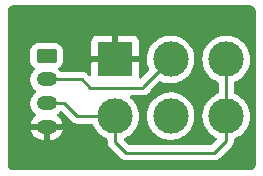
<source format=gbr>
%TF.GenerationSoftware,KiCad,Pcbnew,(6.0.7)*%
%TF.CreationDate,2023-06-23T09:46:04+02:00*%
%TF.ProjectId,switch_breakout,73776974-6368-45f6-9272-65616b6f7574,1.0*%
%TF.SameCoordinates,Original*%
%TF.FileFunction,Copper,L1,Top*%
%TF.FilePolarity,Positive*%
%FSLAX46Y46*%
G04 Gerber Fmt 4.6, Leading zero omitted, Abs format (unit mm)*
G04 Created by KiCad (PCBNEW (6.0.7)) date 2023-06-23 09:46:04*
%MOMM*%
%LPD*%
G01*
G04 APERTURE LIST*
G04 Aperture macros list*
%AMRoundRect*
0 Rectangle with rounded corners*
0 $1 Rounding radius*
0 $2 $3 $4 $5 $6 $7 $8 $9 X,Y pos of 4 corners*
0 Add a 4 corners polygon primitive as box body*
4,1,4,$2,$3,$4,$5,$6,$7,$8,$9,$2,$3,0*
0 Add four circle primitives for the rounded corners*
1,1,$1+$1,$2,$3*
1,1,$1+$1,$4,$5*
1,1,$1+$1,$6,$7*
1,1,$1+$1,$8,$9*
0 Add four rect primitives between the rounded corners*
20,1,$1+$1,$2,$3,$4,$5,0*
20,1,$1+$1,$4,$5,$6,$7,0*
20,1,$1+$1,$6,$7,$8,$9,0*
20,1,$1+$1,$8,$9,$2,$3,0*%
G04 Aperture macros list end*
%TA.AperFunction,ComponentPad*%
%ADD10R,3.000000X3.000000*%
%TD*%
%TA.AperFunction,ComponentPad*%
%ADD11C,3.000000*%
%TD*%
%TA.AperFunction,ComponentPad*%
%ADD12RoundRect,0.250000X-0.625000X0.350000X-0.625000X-0.350000X0.625000X-0.350000X0.625000X0.350000X0*%
%TD*%
%TA.AperFunction,ComponentPad*%
%ADD13O,1.750000X1.200000*%
%TD*%
%TA.AperFunction,Conductor*%
%ADD14C,0.250000*%
%TD*%
G04 APERTURE END LIST*
D10*
%TO.P,SW1,1,A*%
%TO.N,GND*%
X124605000Y-85105000D03*
D11*
%TO.P,SW1,2,B*%
%TO.N,Net-(J1-Pad2)*%
X129305000Y-85105000D03*
%TO.P,SW1,3,C*%
%TO.N,Net-(J1-Pad3)*%
X134005000Y-85105000D03*
%TO.P,SW1,4,A*%
X124605000Y-89905000D03*
%TO.P,SW1,5,B*%
%TO.N,Net-(J1-Pad1)*%
X129305000Y-89905000D03*
%TO.P,SW1,6,C*%
%TO.N,Net-(J1-Pad3)*%
X134005000Y-89905000D03*
%TD*%
D12*
%TO.P,J1,1,Pin_1*%
%TO.N,Net-(J1-Pad1)*%
X118800000Y-84800000D03*
D13*
%TO.P,J1,2,Pin_2*%
%TO.N,Net-(J1-Pad2)*%
X118800000Y-86800000D03*
%TO.P,J1,3,Pin_3*%
%TO.N,Net-(J1-Pad3)*%
X118800000Y-88800000D03*
%TO.P,J1,4,Pin_4*%
%TO.N,GND*%
X118800000Y-90800000D03*
%TD*%
D14*
%TO.N,Net-(J1-Pad2)*%
X119250000Y-86800000D02*
X121800000Y-86800000D01*
X122500000Y-87500000D02*
X127000000Y-87500000D01*
X127000000Y-87410000D02*
X129305000Y-85105000D01*
X127000000Y-87500000D02*
X127000000Y-87410000D01*
X121800000Y-86800000D02*
X122500000Y-87500000D01*
%TO.N,Net-(J1-Pad3)*%
X134005000Y-89905000D02*
X134005000Y-85105000D01*
X119250000Y-88800000D02*
X120300000Y-88800000D01*
X124605000Y-89905000D02*
X124605000Y-92105000D01*
X121500000Y-89900000D02*
X121505000Y-89905000D01*
X125500000Y-93000000D02*
X133000000Y-93000000D01*
X120300000Y-88800000D02*
X121400000Y-89900000D01*
X134005000Y-91995000D02*
X134005000Y-89905000D01*
X133000000Y-93000000D02*
X134005000Y-91995000D01*
X121400000Y-89900000D02*
X121500000Y-89900000D01*
X124605000Y-92105000D02*
X125500000Y-93000000D01*
X121505000Y-89905000D02*
X124605000Y-89905000D01*
%TD*%
%TA.AperFunction,Conductor*%
%TO.N,GND*%
G36*
X135970018Y-80510000D02*
G01*
X135984852Y-80512310D01*
X135984855Y-80512310D01*
X135993724Y-80513691D01*
X136002626Y-80512527D01*
X136002750Y-80512511D01*
X136033192Y-80512240D01*
X136040621Y-80513077D01*
X136095264Y-80519234D01*
X136122771Y-80525513D01*
X136199853Y-80552485D01*
X136225274Y-80564727D01*
X136294426Y-80608178D01*
X136316485Y-80625770D01*
X136374230Y-80683515D01*
X136391822Y-80705574D01*
X136435273Y-80774726D01*
X136447515Y-80800147D01*
X136474487Y-80877228D01*
X136480766Y-80904736D01*
X136487018Y-80960226D01*
X136486923Y-80975868D01*
X136487800Y-80975879D01*
X136487690Y-80984851D01*
X136486309Y-80993724D01*
X136487473Y-81002626D01*
X136487473Y-81002628D01*
X136490436Y-81025283D01*
X136491500Y-81041621D01*
X136491500Y-93950633D01*
X136490000Y-93970018D01*
X136486309Y-93993724D01*
X136487473Y-94002626D01*
X136487489Y-94002750D01*
X136487760Y-94033192D01*
X136485430Y-94053870D01*
X136480766Y-94095264D01*
X136474487Y-94122771D01*
X136447515Y-94199853D01*
X136435273Y-94225274D01*
X136391822Y-94294426D01*
X136374230Y-94316485D01*
X136316485Y-94374230D01*
X136294426Y-94391822D01*
X136225274Y-94435273D01*
X136199853Y-94447515D01*
X136122772Y-94474487D01*
X136095264Y-94480766D01*
X136039774Y-94487018D01*
X136024132Y-94486923D01*
X136024121Y-94487800D01*
X136015149Y-94487690D01*
X136006276Y-94486309D01*
X135997374Y-94487473D01*
X135997372Y-94487473D01*
X135986385Y-94488910D01*
X135974714Y-94490436D01*
X135958379Y-94491500D01*
X116049367Y-94491500D01*
X116029982Y-94490000D01*
X116015148Y-94487690D01*
X116015145Y-94487690D01*
X116006276Y-94486309D01*
X115997374Y-94487473D01*
X115997250Y-94487489D01*
X115966808Y-94487760D01*
X115946130Y-94485430D01*
X115904736Y-94480766D01*
X115877229Y-94474487D01*
X115800147Y-94447515D01*
X115774726Y-94435273D01*
X115705574Y-94391822D01*
X115683515Y-94374230D01*
X115625770Y-94316485D01*
X115608178Y-94294426D01*
X115564727Y-94225274D01*
X115552485Y-94199853D01*
X115525513Y-94122772D01*
X115519234Y-94095266D01*
X115513170Y-94041451D01*
X115512888Y-94016640D01*
X115513576Y-94012552D01*
X115513729Y-94000000D01*
X115509773Y-93972376D01*
X115508500Y-93954514D01*
X115508500Y-91067399D01*
X117449712Y-91067399D01*
X117471194Y-91156537D01*
X117475083Y-91167832D01*
X117557629Y-91349382D01*
X117563576Y-91359724D01*
X117678968Y-91522397D01*
X117686761Y-91531425D01*
X117830831Y-91669342D01*
X117840196Y-91676738D01*
X118007741Y-91784921D01*
X118018345Y-91790417D01*
X118203312Y-91864961D01*
X118214770Y-91868355D01*
X118411928Y-91906857D01*
X118420791Y-91907934D01*
X118423500Y-91908000D01*
X118527885Y-91908000D01*
X118543124Y-91903525D01*
X118544329Y-91902135D01*
X118546000Y-91894452D01*
X118546000Y-91889885D01*
X119054000Y-91889885D01*
X119058475Y-91905124D01*
X119059865Y-91906329D01*
X119067548Y-91908000D01*
X119124832Y-91908000D01*
X119130808Y-91907715D01*
X119279494Y-91893529D01*
X119291228Y-91891270D01*
X119482599Y-91835128D01*
X119493675Y-91830698D01*
X119670978Y-91739381D01*
X119681024Y-91732931D01*
X119837857Y-91609738D01*
X119846506Y-91601501D01*
X119977212Y-91450877D01*
X119984147Y-91441153D01*
X120084010Y-91268533D01*
X120088984Y-91257669D01*
X120154407Y-91069273D01*
X120154648Y-91068284D01*
X120153180Y-91057992D01*
X120139615Y-91054000D01*
X119072115Y-91054000D01*
X119056876Y-91058475D01*
X119055671Y-91059865D01*
X119054000Y-91067548D01*
X119054000Y-91889885D01*
X118546000Y-91889885D01*
X118546000Y-91072115D01*
X118541525Y-91056876D01*
X118540135Y-91055671D01*
X118532452Y-91054000D01*
X117464598Y-91054000D01*
X117451067Y-91057973D01*
X117449712Y-91067399D01*
X115508500Y-91067399D01*
X115508500Y-88745604D01*
X117412787Y-88745604D01*
X117422567Y-88956899D01*
X117423971Y-88962724D01*
X117423971Y-88962725D01*
X117454690Y-89090188D01*
X117472125Y-89162534D01*
X117559674Y-89355087D01*
X117682054Y-89527611D01*
X117834850Y-89673881D01*
X117839881Y-89677130D01*
X117839888Y-89677135D01*
X117867607Y-89695033D01*
X117913984Y-89748789D01*
X117923937Y-89819085D01*
X117894304Y-89883602D01*
X117877091Y-89899970D01*
X117762143Y-89990262D01*
X117753494Y-89998499D01*
X117622788Y-90149123D01*
X117615853Y-90158847D01*
X117515990Y-90331467D01*
X117511016Y-90342331D01*
X117445593Y-90530727D01*
X117445352Y-90531716D01*
X117446820Y-90542008D01*
X117460385Y-90546000D01*
X120135402Y-90546000D01*
X120148933Y-90542027D01*
X120150288Y-90532601D01*
X120128806Y-90443463D01*
X120124917Y-90432168D01*
X120042371Y-90250618D01*
X120036424Y-90240276D01*
X119921032Y-90077603D01*
X119913239Y-90068575D01*
X119769169Y-89930658D01*
X119759800Y-89923259D01*
X119732423Y-89905582D01*
X119686045Y-89851828D01*
X119676091Y-89781532D01*
X119705722Y-89717015D01*
X119722937Y-89700644D01*
X119838202Y-89610102D01*
X119842920Y-89606396D01*
X119925061Y-89511737D01*
X119984812Y-89473398D01*
X120055808Y-89473448D01*
X120109320Y-89505224D01*
X120504065Y-89899970D01*
X120896353Y-90292258D01*
X120903887Y-90300537D01*
X120908000Y-90307018D01*
X120934036Y-90331467D01*
X120957651Y-90353643D01*
X120960493Y-90356398D01*
X120980230Y-90376135D01*
X120983427Y-90378615D01*
X120992447Y-90386318D01*
X121024679Y-90416586D01*
X121031625Y-90420405D01*
X121031628Y-90420407D01*
X121042434Y-90426348D01*
X121058953Y-90437199D01*
X121074959Y-90449614D01*
X121082228Y-90452759D01*
X121082232Y-90452762D01*
X121115537Y-90467174D01*
X121126187Y-90472391D01*
X121164940Y-90493695D01*
X121172615Y-90495666D01*
X121172616Y-90495666D01*
X121184562Y-90498733D01*
X121203267Y-90505137D01*
X121221855Y-90513181D01*
X121229678Y-90514420D01*
X121229688Y-90514423D01*
X121265524Y-90520099D01*
X121277144Y-90522505D01*
X121309169Y-90530727D01*
X121319970Y-90533500D01*
X121340224Y-90533500D01*
X121359934Y-90535051D01*
X121379943Y-90538220D01*
X121387835Y-90537474D01*
X121387839Y-90537474D01*
X121395120Y-90536786D01*
X121419804Y-90537174D01*
X121424970Y-90538500D01*
X121445224Y-90538500D01*
X121464934Y-90540051D01*
X121484943Y-90543220D01*
X121492835Y-90542474D01*
X121528961Y-90539059D01*
X121540819Y-90538500D01*
X122608863Y-90538500D01*
X122676984Y-90558502D01*
X122723477Y-90612158D01*
X122728070Y-90623686D01*
X122749112Y-90685144D01*
X122872160Y-90929799D01*
X122874586Y-90933328D01*
X122874589Y-90933334D01*
X123024843Y-91151953D01*
X123027274Y-91155490D01*
X123211582Y-91358043D01*
X123421675Y-91533707D01*
X123425316Y-91535991D01*
X123650024Y-91676951D01*
X123650028Y-91676953D01*
X123653664Y-91679234D01*
X123897352Y-91789264D01*
X123951205Y-91835526D01*
X123971500Y-91904100D01*
X123971500Y-92026233D01*
X123970973Y-92037416D01*
X123969298Y-92044909D01*
X123969547Y-92052835D01*
X123969547Y-92052836D01*
X123971438Y-92112986D01*
X123971500Y-92116945D01*
X123971500Y-92144856D01*
X123971997Y-92148790D01*
X123971997Y-92148791D01*
X123972005Y-92148856D01*
X123972938Y-92160693D01*
X123974327Y-92204889D01*
X123979409Y-92222381D01*
X123979978Y-92224339D01*
X123983987Y-92243700D01*
X123986526Y-92263797D01*
X123989445Y-92271168D01*
X123989445Y-92271170D01*
X124002804Y-92304912D01*
X124006649Y-92316142D01*
X124010558Y-92329596D01*
X124018982Y-92358593D01*
X124023015Y-92365412D01*
X124023017Y-92365417D01*
X124029293Y-92376028D01*
X124037988Y-92393776D01*
X124045448Y-92412617D01*
X124050110Y-92419033D01*
X124050110Y-92419034D01*
X124071436Y-92448387D01*
X124077952Y-92458307D01*
X124091505Y-92481223D01*
X124100458Y-92496362D01*
X124114779Y-92510683D01*
X124127619Y-92525716D01*
X124139528Y-92542107D01*
X124145634Y-92547158D01*
X124173605Y-92570298D01*
X124182384Y-92578288D01*
X124996343Y-93392247D01*
X125003887Y-93400537D01*
X125008000Y-93407018D01*
X125013777Y-93412443D01*
X125057667Y-93453658D01*
X125060509Y-93456413D01*
X125080230Y-93476134D01*
X125083425Y-93478612D01*
X125092447Y-93486318D01*
X125124679Y-93516586D01*
X125131628Y-93520406D01*
X125142432Y-93526346D01*
X125158956Y-93537199D01*
X125174959Y-93549613D01*
X125215543Y-93567176D01*
X125226173Y-93572383D01*
X125264940Y-93593695D01*
X125272617Y-93595666D01*
X125272622Y-93595668D01*
X125284558Y-93598732D01*
X125303266Y-93605137D01*
X125321855Y-93613181D01*
X125329683Y-93614421D01*
X125329690Y-93614423D01*
X125365524Y-93620099D01*
X125377144Y-93622505D01*
X125408959Y-93630673D01*
X125419970Y-93633500D01*
X125440224Y-93633500D01*
X125459934Y-93635051D01*
X125479943Y-93638220D01*
X125487835Y-93637474D01*
X125506580Y-93635702D01*
X125523962Y-93634059D01*
X125535819Y-93633500D01*
X132921233Y-93633500D01*
X132932416Y-93634027D01*
X132939909Y-93635702D01*
X132947835Y-93635453D01*
X132947836Y-93635453D01*
X133007986Y-93633562D01*
X133011945Y-93633500D01*
X133039856Y-93633500D01*
X133043791Y-93633003D01*
X133043856Y-93632995D01*
X133055693Y-93632062D01*
X133087951Y-93631048D01*
X133091970Y-93630922D01*
X133099889Y-93630673D01*
X133119343Y-93625021D01*
X133138700Y-93621013D01*
X133150930Y-93619468D01*
X133150931Y-93619468D01*
X133158797Y-93618474D01*
X133166168Y-93615555D01*
X133166170Y-93615555D01*
X133199912Y-93602196D01*
X133211142Y-93598351D01*
X133245983Y-93588229D01*
X133245984Y-93588229D01*
X133253593Y-93586018D01*
X133260412Y-93581985D01*
X133260417Y-93581983D01*
X133271028Y-93575707D01*
X133288776Y-93567012D01*
X133307617Y-93559552D01*
X133327987Y-93544753D01*
X133343387Y-93533564D01*
X133353307Y-93527048D01*
X133384535Y-93508580D01*
X133384538Y-93508578D01*
X133391362Y-93504542D01*
X133405683Y-93490221D01*
X133420717Y-93477380D01*
X133422432Y-93476134D01*
X133437107Y-93465472D01*
X133465298Y-93431395D01*
X133473288Y-93422616D01*
X134397247Y-92498657D01*
X134405537Y-92491113D01*
X134412018Y-92487000D01*
X134458659Y-92437332D01*
X134461413Y-92434491D01*
X134481135Y-92414769D01*
X134483612Y-92411576D01*
X134491317Y-92402555D01*
X134521586Y-92370321D01*
X134525407Y-92363371D01*
X134531346Y-92352568D01*
X134542202Y-92336041D01*
X134549757Y-92326302D01*
X134549758Y-92326300D01*
X134554614Y-92320040D01*
X134572174Y-92279460D01*
X134577391Y-92268812D01*
X134594875Y-92237009D01*
X134594876Y-92237007D01*
X134598695Y-92230060D01*
X134603733Y-92210437D01*
X134610137Y-92191734D01*
X134615033Y-92180420D01*
X134615033Y-92180419D01*
X134618181Y-92173145D01*
X134619420Y-92165322D01*
X134619423Y-92165312D01*
X134625099Y-92129476D01*
X134627505Y-92117856D01*
X134636528Y-92082711D01*
X134636528Y-92082710D01*
X134638500Y-92075030D01*
X134638500Y-92054776D01*
X134640051Y-92035065D01*
X134641980Y-92022886D01*
X134643220Y-92015057D01*
X134639059Y-91971038D01*
X134638500Y-91959181D01*
X134638500Y-91900805D01*
X134658502Y-91832684D01*
X134716282Y-91784396D01*
X134718608Y-91783433D01*
X134900136Y-91708241D01*
X135068704Y-91609738D01*
X135132879Y-91572237D01*
X135132880Y-91572236D01*
X135136582Y-91570073D01*
X135352089Y-91401094D01*
X135392180Y-91359724D01*
X135539686Y-91207509D01*
X135542669Y-91204431D01*
X135545202Y-91200983D01*
X135545206Y-91200978D01*
X135702257Y-90987178D01*
X135704795Y-90983723D01*
X135732154Y-90933334D01*
X135833418Y-90746830D01*
X135833419Y-90746828D01*
X135835468Y-90743054D01*
X135911437Y-90542008D01*
X135930751Y-90490895D01*
X135930752Y-90490891D01*
X135932269Y-90486877D01*
X135962476Y-90354984D01*
X135992449Y-90224117D01*
X135992450Y-90224113D01*
X135993407Y-90219933D01*
X136006110Y-90077603D01*
X136017531Y-89949627D01*
X136017531Y-89949625D01*
X136017751Y-89947161D01*
X136018193Y-89905000D01*
X136004262Y-89700644D01*
X135999859Y-89636055D01*
X135999858Y-89636049D01*
X135999567Y-89631778D01*
X135944032Y-89363612D01*
X135852617Y-89105465D01*
X135727013Y-88862112D01*
X135717040Y-88847921D01*
X135572008Y-88641562D01*
X135569545Y-88638057D01*
X135383125Y-88437445D01*
X135379810Y-88434731D01*
X135379806Y-88434728D01*
X135187628Y-88277432D01*
X135171205Y-88263990D01*
X134937704Y-88120901D01*
X134933768Y-88119173D01*
X134713854Y-88022637D01*
X134659519Y-87976941D01*
X134638500Y-87907264D01*
X134638500Y-87100805D01*
X134658502Y-87032684D01*
X134716282Y-86984396D01*
X134782665Y-86956899D01*
X134900136Y-86908241D01*
X135136582Y-86770073D01*
X135352089Y-86601094D01*
X135356149Y-86596905D01*
X135483947Y-86465027D01*
X135542669Y-86404431D01*
X135545202Y-86400983D01*
X135545206Y-86400978D01*
X135702257Y-86187178D01*
X135704795Y-86183723D01*
X135714450Y-86165941D01*
X135833418Y-85946830D01*
X135833419Y-85946828D01*
X135835468Y-85943054D01*
X135907537Y-85752329D01*
X135930751Y-85690895D01*
X135930752Y-85690891D01*
X135932269Y-85686877D01*
X135979886Y-85478968D01*
X135992449Y-85424117D01*
X135992450Y-85424113D01*
X135993407Y-85419933D01*
X135997229Y-85377115D01*
X136017531Y-85149627D01*
X136017531Y-85149625D01*
X136017751Y-85147161D01*
X136018193Y-85105000D01*
X136016465Y-85079648D01*
X135999859Y-84836055D01*
X135999858Y-84836049D01*
X135999567Y-84831778D01*
X135944032Y-84563612D01*
X135852617Y-84305465D01*
X135727013Y-84062112D01*
X135717040Y-84047921D01*
X135578427Y-83850695D01*
X135569545Y-83838057D01*
X135442892Y-83701762D01*
X135386046Y-83640588D01*
X135386043Y-83640585D01*
X135383125Y-83637445D01*
X135379810Y-83634731D01*
X135379806Y-83634728D01*
X135174523Y-83466706D01*
X135171205Y-83463990D01*
X134937704Y-83320901D01*
X134933768Y-83319173D01*
X134690873Y-83212549D01*
X134690869Y-83212548D01*
X134686945Y-83210825D01*
X134423566Y-83135800D01*
X134419324Y-83135196D01*
X134419318Y-83135195D01*
X134192366Y-83102895D01*
X134152443Y-83097213D01*
X134008589Y-83096460D01*
X133882877Y-83095802D01*
X133882871Y-83095802D01*
X133878591Y-83095780D01*
X133874347Y-83096339D01*
X133874343Y-83096339D01*
X133766416Y-83110548D01*
X133607078Y-83131525D01*
X133602938Y-83132658D01*
X133602936Y-83132658D01*
X133533418Y-83151676D01*
X133342928Y-83203788D01*
X133338980Y-83205472D01*
X133094982Y-83309546D01*
X133094978Y-83309548D01*
X133091030Y-83311232D01*
X133071125Y-83323145D01*
X132859725Y-83449664D01*
X132859721Y-83449667D01*
X132856043Y-83451868D01*
X132642318Y-83623094D01*
X132453808Y-83821742D01*
X132294002Y-84044136D01*
X132165857Y-84286161D01*
X132164385Y-84290184D01*
X132164383Y-84290188D01*
X132073214Y-84539317D01*
X132071743Y-84543337D01*
X132013404Y-84810907D01*
X131991917Y-85083918D01*
X132007682Y-85357320D01*
X132008507Y-85361525D01*
X132008508Y-85361533D01*
X132019127Y-85415657D01*
X132060405Y-85626053D01*
X132061792Y-85630103D01*
X132061793Y-85630108D01*
X132142830Y-85866796D01*
X132149112Y-85885144D01*
X132272160Y-86129799D01*
X132274586Y-86133328D01*
X132274589Y-86133334D01*
X132420075Y-86345016D01*
X132427274Y-86355490D01*
X132430161Y-86358663D01*
X132430162Y-86358664D01*
X132578443Y-86521624D01*
X132611582Y-86558043D01*
X132821675Y-86733707D01*
X132825316Y-86735991D01*
X133050024Y-86876951D01*
X133050028Y-86876953D01*
X133053664Y-86879234D01*
X133297352Y-86989264D01*
X133351205Y-87035526D01*
X133371500Y-87104100D01*
X133371500Y-87908362D01*
X133351498Y-87976483D01*
X133294935Y-88024259D01*
X133246887Y-88044753D01*
X133094982Y-88109546D01*
X133094978Y-88109548D01*
X133091030Y-88111232D01*
X132980312Y-88177495D01*
X132859725Y-88249664D01*
X132859721Y-88249667D01*
X132856043Y-88251868D01*
X132642318Y-88423094D01*
X132453808Y-88621742D01*
X132294002Y-88844136D01*
X132165857Y-89086161D01*
X132164385Y-89090184D01*
X132164383Y-89090188D01*
X132098032Y-89271500D01*
X132071743Y-89343337D01*
X132013404Y-89610907D01*
X132013068Y-89615177D01*
X131993195Y-89867686D01*
X131991917Y-89883918D01*
X132007682Y-90157320D01*
X132008507Y-90161525D01*
X132008508Y-90161533D01*
X132019127Y-90215657D01*
X132060405Y-90426053D01*
X132061792Y-90430103D01*
X132061793Y-90430108D01*
X132124123Y-90612158D01*
X132149112Y-90685144D01*
X132272160Y-90929799D01*
X132274586Y-90933328D01*
X132274589Y-90933334D01*
X132424843Y-91151953D01*
X132427274Y-91155490D01*
X132611582Y-91358043D01*
X132821675Y-91533707D01*
X132825316Y-91535991D01*
X133050024Y-91676951D01*
X133050028Y-91676953D01*
X133053664Y-91679234D01*
X133143241Y-91719680D01*
X133197094Y-91765942D01*
X133217388Y-91833976D01*
X133197678Y-91902182D01*
X133180485Y-91923611D01*
X132974619Y-92129476D01*
X132774499Y-92329596D01*
X132712187Y-92363621D01*
X132685404Y-92366500D01*
X125814595Y-92366500D01*
X125746474Y-92346498D01*
X125725499Y-92329595D01*
X125353469Y-91957564D01*
X125319444Y-91895252D01*
X125324509Y-91824436D01*
X125367056Y-91767601D01*
X125394345Y-91752061D01*
X125500136Y-91708241D01*
X125668704Y-91609738D01*
X125732879Y-91572237D01*
X125732880Y-91572236D01*
X125736582Y-91570073D01*
X125952089Y-91401094D01*
X125992180Y-91359724D01*
X126139686Y-91207509D01*
X126142669Y-91204431D01*
X126145202Y-91200983D01*
X126145206Y-91200978D01*
X126302257Y-90987178D01*
X126304795Y-90983723D01*
X126332154Y-90933334D01*
X126433418Y-90746830D01*
X126433419Y-90746828D01*
X126435468Y-90743054D01*
X126511437Y-90542008D01*
X126530751Y-90490895D01*
X126530752Y-90490891D01*
X126532269Y-90486877D01*
X126562476Y-90354984D01*
X126592449Y-90224117D01*
X126592450Y-90224113D01*
X126593407Y-90219933D01*
X126606110Y-90077603D01*
X126617531Y-89949627D01*
X126617531Y-89949625D01*
X126617751Y-89947161D01*
X126618193Y-89905000D01*
X126616756Y-89883918D01*
X127291917Y-89883918D01*
X127307682Y-90157320D01*
X127308507Y-90161525D01*
X127308508Y-90161533D01*
X127319127Y-90215657D01*
X127360405Y-90426053D01*
X127361792Y-90430103D01*
X127361793Y-90430108D01*
X127424123Y-90612158D01*
X127449112Y-90685144D01*
X127572160Y-90929799D01*
X127574586Y-90933328D01*
X127574589Y-90933334D01*
X127724843Y-91151953D01*
X127727274Y-91155490D01*
X127911582Y-91358043D01*
X128121675Y-91533707D01*
X128125316Y-91535991D01*
X128350024Y-91676951D01*
X128350028Y-91676953D01*
X128353664Y-91679234D01*
X128472589Y-91732931D01*
X128599345Y-91790164D01*
X128599349Y-91790166D01*
X128603257Y-91791930D01*
X128666393Y-91810632D01*
X128861723Y-91868491D01*
X128861727Y-91868492D01*
X128865836Y-91869709D01*
X128870070Y-91870357D01*
X128870075Y-91870358D01*
X129132298Y-91910483D01*
X129132300Y-91910483D01*
X129136540Y-91911132D01*
X129275912Y-91913322D01*
X129406071Y-91915367D01*
X129406077Y-91915367D01*
X129410362Y-91915434D01*
X129682235Y-91882534D01*
X129947127Y-91813041D01*
X129951087Y-91811401D01*
X129951092Y-91811399D01*
X130094348Y-91752060D01*
X130200136Y-91708241D01*
X130368704Y-91609738D01*
X130432879Y-91572237D01*
X130432880Y-91572236D01*
X130436582Y-91570073D01*
X130652089Y-91401094D01*
X130692180Y-91359724D01*
X130839686Y-91207509D01*
X130842669Y-91204431D01*
X130845202Y-91200983D01*
X130845206Y-91200978D01*
X131002257Y-90987178D01*
X131004795Y-90983723D01*
X131032154Y-90933334D01*
X131133418Y-90746830D01*
X131133419Y-90746828D01*
X131135468Y-90743054D01*
X131211437Y-90542008D01*
X131230751Y-90490895D01*
X131230752Y-90490891D01*
X131232269Y-90486877D01*
X131262476Y-90354984D01*
X131292449Y-90224117D01*
X131292450Y-90224113D01*
X131293407Y-90219933D01*
X131306110Y-90077603D01*
X131317531Y-89949627D01*
X131317531Y-89949625D01*
X131317751Y-89947161D01*
X131318193Y-89905000D01*
X131304262Y-89700644D01*
X131299859Y-89636055D01*
X131299858Y-89636049D01*
X131299567Y-89631778D01*
X131244032Y-89363612D01*
X131152617Y-89105465D01*
X131027013Y-88862112D01*
X131017040Y-88847921D01*
X130872008Y-88641562D01*
X130869545Y-88638057D01*
X130683125Y-88437445D01*
X130679810Y-88434731D01*
X130679806Y-88434728D01*
X130487628Y-88277432D01*
X130471205Y-88263990D01*
X130237704Y-88120901D01*
X130233768Y-88119173D01*
X129990873Y-88012549D01*
X129990869Y-88012548D01*
X129986945Y-88010825D01*
X129723566Y-87935800D01*
X129719324Y-87935196D01*
X129719318Y-87935195D01*
X129479234Y-87901026D01*
X129452443Y-87897213D01*
X129308589Y-87896460D01*
X129182877Y-87895802D01*
X129182871Y-87895802D01*
X129178591Y-87895780D01*
X129174347Y-87896339D01*
X129174343Y-87896339D01*
X129091360Y-87907264D01*
X128907078Y-87931525D01*
X128902938Y-87932658D01*
X128902936Y-87932658D01*
X128830008Y-87952609D01*
X128642928Y-88003788D01*
X128638980Y-88005472D01*
X128394982Y-88109546D01*
X128394978Y-88109548D01*
X128391030Y-88111232D01*
X128280312Y-88177495D01*
X128159725Y-88249664D01*
X128159721Y-88249667D01*
X128156043Y-88251868D01*
X127942318Y-88423094D01*
X127753808Y-88621742D01*
X127594002Y-88844136D01*
X127465857Y-89086161D01*
X127464385Y-89090184D01*
X127464383Y-89090188D01*
X127398032Y-89271500D01*
X127371743Y-89343337D01*
X127313404Y-89610907D01*
X127313068Y-89615177D01*
X127293195Y-89867686D01*
X127291917Y-89883918D01*
X126616756Y-89883918D01*
X126604262Y-89700644D01*
X126599859Y-89636055D01*
X126599858Y-89636049D01*
X126599567Y-89631778D01*
X126544032Y-89363612D01*
X126452617Y-89105465D01*
X126327013Y-88862112D01*
X126317040Y-88847921D01*
X126172008Y-88641562D01*
X126169545Y-88638057D01*
X125983125Y-88437445D01*
X125979810Y-88434731D01*
X125979806Y-88434728D01*
X125884846Y-88357004D01*
X125844800Y-88298379D01*
X125842807Y-88227410D01*
X125879498Y-88166630D01*
X125943226Y-88135335D01*
X125964652Y-88133500D01*
X126928207Y-88133500D01*
X126951816Y-88135732D01*
X126952119Y-88135790D01*
X126952123Y-88135790D01*
X126959906Y-88137275D01*
X127015951Y-88133749D01*
X127023862Y-88133500D01*
X127039856Y-88133500D01*
X127055730Y-88131494D01*
X127063590Y-88130752D01*
X127091049Y-88129024D01*
X127111737Y-88127723D01*
X127111738Y-88127723D01*
X127119650Y-88127225D01*
X127127191Y-88124775D01*
X127127487Y-88124679D01*
X127150631Y-88119506D01*
X127150935Y-88119468D01*
X127150940Y-88119467D01*
X127158797Y-88118474D01*
X127166162Y-88115558D01*
X127166166Y-88115557D01*
X127211011Y-88097801D01*
X127218430Y-88095129D01*
X127271875Y-88077764D01*
X127278572Y-88073514D01*
X127278831Y-88073350D01*
X127299958Y-88062585D01*
X127300246Y-88062471D01*
X127300251Y-88062468D01*
X127307617Y-88059552D01*
X127314025Y-88054896D01*
X127314031Y-88054893D01*
X127353052Y-88026542D01*
X127359589Y-88022099D01*
X127407018Y-87992000D01*
X127412659Y-87985993D01*
X127430446Y-87970312D01*
X127430691Y-87970134D01*
X127430693Y-87970132D01*
X127437107Y-87965472D01*
X127442162Y-87959362D01*
X127472903Y-87922204D01*
X127478134Y-87916270D01*
X127511158Y-87881102D01*
X127511160Y-87881099D01*
X127516586Y-87875321D01*
X127520558Y-87868097D01*
X127533881Y-87848494D01*
X127534080Y-87848254D01*
X127534084Y-87848247D01*
X127539133Y-87842144D01*
X127563047Y-87791324D01*
X127566629Y-87784292D01*
X127593695Y-87735060D01*
X127595667Y-87727381D01*
X127597299Y-87723258D01*
X127625355Y-87680549D01*
X128342382Y-86963522D01*
X128404694Y-86929496D01*
X128475509Y-86934561D01*
X128483328Y-86937780D01*
X128599345Y-86990164D01*
X128599349Y-86990166D01*
X128603257Y-86991930D01*
X128607377Y-86993150D01*
X128607376Y-86993150D01*
X128861723Y-87068491D01*
X128861727Y-87068492D01*
X128865836Y-87069709D01*
X128870070Y-87070357D01*
X128870075Y-87070358D01*
X129132298Y-87110483D01*
X129132300Y-87110483D01*
X129136540Y-87111132D01*
X129275912Y-87113322D01*
X129406071Y-87115367D01*
X129406077Y-87115367D01*
X129410362Y-87115434D01*
X129682235Y-87082534D01*
X129947127Y-87013041D01*
X129951087Y-87011401D01*
X129951092Y-87011399D01*
X130082665Y-86956899D01*
X130200136Y-86908241D01*
X130436582Y-86770073D01*
X130652089Y-86601094D01*
X130656149Y-86596905D01*
X130783947Y-86465027D01*
X130842669Y-86404431D01*
X130845202Y-86400983D01*
X130845206Y-86400978D01*
X131002257Y-86187178D01*
X131004795Y-86183723D01*
X131014450Y-86165941D01*
X131133418Y-85946830D01*
X131133419Y-85946828D01*
X131135468Y-85943054D01*
X131207537Y-85752329D01*
X131230751Y-85690895D01*
X131230752Y-85690891D01*
X131232269Y-85686877D01*
X131279886Y-85478968D01*
X131292449Y-85424117D01*
X131292450Y-85424113D01*
X131293407Y-85419933D01*
X131297229Y-85377115D01*
X131317531Y-85149627D01*
X131317531Y-85149625D01*
X131317751Y-85147161D01*
X131318193Y-85105000D01*
X131316465Y-85079648D01*
X131299859Y-84836055D01*
X131299858Y-84836049D01*
X131299567Y-84831778D01*
X131244032Y-84563612D01*
X131152617Y-84305465D01*
X131027013Y-84062112D01*
X131017040Y-84047921D01*
X130878427Y-83850695D01*
X130869545Y-83838057D01*
X130742892Y-83701762D01*
X130686046Y-83640588D01*
X130686043Y-83640585D01*
X130683125Y-83637445D01*
X130679810Y-83634731D01*
X130679806Y-83634728D01*
X130474523Y-83466706D01*
X130471205Y-83463990D01*
X130237704Y-83320901D01*
X130233768Y-83319173D01*
X129990873Y-83212549D01*
X129990869Y-83212548D01*
X129986945Y-83210825D01*
X129723566Y-83135800D01*
X129719324Y-83135196D01*
X129719318Y-83135195D01*
X129492366Y-83102895D01*
X129452443Y-83097213D01*
X129308589Y-83096460D01*
X129182877Y-83095802D01*
X129182871Y-83095802D01*
X129178591Y-83095780D01*
X129174347Y-83096339D01*
X129174343Y-83096339D01*
X129066416Y-83110548D01*
X128907078Y-83131525D01*
X128902938Y-83132658D01*
X128902936Y-83132658D01*
X128833418Y-83151676D01*
X128642928Y-83203788D01*
X128638980Y-83205472D01*
X128394982Y-83309546D01*
X128394978Y-83309548D01*
X128391030Y-83311232D01*
X128371125Y-83323145D01*
X128159725Y-83449664D01*
X128159721Y-83449667D01*
X128156043Y-83451868D01*
X127942318Y-83623094D01*
X127753808Y-83821742D01*
X127594002Y-84044136D01*
X127465857Y-84286161D01*
X127464385Y-84290184D01*
X127464383Y-84290188D01*
X127373214Y-84539317D01*
X127371743Y-84543337D01*
X127313404Y-84810907D01*
X127291917Y-85083918D01*
X127307682Y-85357320D01*
X127308507Y-85361525D01*
X127308508Y-85361533D01*
X127319127Y-85415657D01*
X127360405Y-85626053D01*
X127361792Y-85630103D01*
X127361793Y-85630108D01*
X127442830Y-85866796D01*
X127449112Y-85885144D01*
X127451039Y-85888975D01*
X127451042Y-85888982D01*
X127468387Y-85923470D01*
X127481125Y-85993314D01*
X127454080Y-86058958D01*
X127444917Y-86069178D01*
X126828095Y-86686000D01*
X126765783Y-86720026D01*
X126694968Y-86714961D01*
X126638132Y-86672414D01*
X126613321Y-86605894D01*
X126613000Y-86596905D01*
X126613000Y-85377115D01*
X126608525Y-85361876D01*
X126607135Y-85360671D01*
X126599452Y-85359000D01*
X122615116Y-85359000D01*
X122599877Y-85363475D01*
X122598672Y-85364865D01*
X122597001Y-85372548D01*
X122597001Y-86396906D01*
X122576999Y-86465027D01*
X122523343Y-86511520D01*
X122453069Y-86521624D01*
X122388489Y-86492130D01*
X122381906Y-86486001D01*
X122303652Y-86407747D01*
X122296112Y-86399461D01*
X122292000Y-86392982D01*
X122242348Y-86346356D01*
X122239507Y-86343602D01*
X122219770Y-86323865D01*
X122216573Y-86321385D01*
X122207551Y-86313680D01*
X122181100Y-86288841D01*
X122175321Y-86283414D01*
X122168375Y-86279595D01*
X122168372Y-86279593D01*
X122157566Y-86273652D01*
X122141047Y-86262801D01*
X122140583Y-86262441D01*
X122125041Y-86250386D01*
X122117772Y-86247241D01*
X122117768Y-86247238D01*
X122084463Y-86232826D01*
X122073813Y-86227609D01*
X122035060Y-86206305D01*
X122015437Y-86201267D01*
X121996734Y-86194863D01*
X121985420Y-86189967D01*
X121985419Y-86189967D01*
X121978145Y-86186819D01*
X121970322Y-86185580D01*
X121970312Y-86185577D01*
X121934476Y-86179901D01*
X121922856Y-86177495D01*
X121887711Y-86168472D01*
X121887710Y-86168472D01*
X121880030Y-86166500D01*
X121859776Y-86166500D01*
X121840065Y-86164949D01*
X121827886Y-86163020D01*
X121820057Y-86161780D01*
X121812165Y-86162526D01*
X121776039Y-86165941D01*
X121764181Y-86166500D01*
X120049807Y-86166500D01*
X119981686Y-86146498D01*
X119947037Y-86113399D01*
X119921416Y-86077280D01*
X119921413Y-86077276D01*
X119917946Y-86072389D01*
X119913619Y-86068247D01*
X119913614Y-86068241D01*
X119822683Y-85981194D01*
X119787306Y-85919639D01*
X119790825Y-85848730D01*
X119832121Y-85790979D01*
X119843504Y-85783035D01*
X119899348Y-85748478D01*
X120024305Y-85623303D01*
X120117115Y-85472738D01*
X120155397Y-85357320D01*
X120170632Y-85311389D01*
X120170632Y-85311387D01*
X120172797Y-85304861D01*
X120183500Y-85200400D01*
X120183500Y-84832885D01*
X122597000Y-84832885D01*
X122601475Y-84848124D01*
X122602865Y-84849329D01*
X122610548Y-84851000D01*
X124332885Y-84851000D01*
X124348124Y-84846525D01*
X124349329Y-84845135D01*
X124351000Y-84837452D01*
X124351000Y-84832885D01*
X124859000Y-84832885D01*
X124863475Y-84848124D01*
X124864865Y-84849329D01*
X124872548Y-84851000D01*
X126594884Y-84851000D01*
X126610123Y-84846525D01*
X126611328Y-84845135D01*
X126612999Y-84837452D01*
X126612999Y-83560331D01*
X126612629Y-83553510D01*
X126607105Y-83502648D01*
X126603479Y-83487396D01*
X126558324Y-83366946D01*
X126549786Y-83351351D01*
X126473285Y-83249276D01*
X126460724Y-83236715D01*
X126358649Y-83160214D01*
X126343054Y-83151676D01*
X126222606Y-83106522D01*
X126207351Y-83102895D01*
X126156486Y-83097369D01*
X126149672Y-83097000D01*
X124877115Y-83097000D01*
X124861876Y-83101475D01*
X124860671Y-83102865D01*
X124859000Y-83110548D01*
X124859000Y-84832885D01*
X124351000Y-84832885D01*
X124351000Y-83115116D01*
X124346525Y-83099877D01*
X124345135Y-83098672D01*
X124337452Y-83097001D01*
X123060331Y-83097001D01*
X123053510Y-83097371D01*
X123002648Y-83102895D01*
X122987396Y-83106521D01*
X122866946Y-83151676D01*
X122851351Y-83160214D01*
X122749276Y-83236715D01*
X122736715Y-83249276D01*
X122660214Y-83351351D01*
X122651676Y-83366946D01*
X122606522Y-83487394D01*
X122602895Y-83502649D01*
X122597369Y-83553514D01*
X122597000Y-83560328D01*
X122597000Y-84832885D01*
X120183500Y-84832885D01*
X120183500Y-84399600D01*
X120172526Y-84293834D01*
X120116550Y-84126054D01*
X120023478Y-83975652D01*
X119898303Y-83850695D01*
X119883487Y-83841562D01*
X119753968Y-83761725D01*
X119753966Y-83761724D01*
X119747738Y-83757885D01*
X119587254Y-83704655D01*
X119586389Y-83704368D01*
X119586387Y-83704368D01*
X119579861Y-83702203D01*
X119573025Y-83701503D01*
X119573022Y-83701502D01*
X119529969Y-83697091D01*
X119475400Y-83691500D01*
X118124600Y-83691500D01*
X118121354Y-83691837D01*
X118121350Y-83691837D01*
X118025692Y-83701762D01*
X118025688Y-83701763D01*
X118018834Y-83702474D01*
X118012298Y-83704655D01*
X118012296Y-83704655D01*
X117880194Y-83748728D01*
X117851054Y-83758450D01*
X117700652Y-83851522D01*
X117575695Y-83976697D01*
X117571855Y-83982927D01*
X117571854Y-83982928D01*
X117520698Y-84065919D01*
X117482885Y-84127262D01*
X117427203Y-84295139D01*
X117416500Y-84399600D01*
X117416500Y-85200400D01*
X117427474Y-85306166D01*
X117429655Y-85312702D01*
X117429655Y-85312704D01*
X117464003Y-85415657D01*
X117483450Y-85473946D01*
X117576522Y-85624348D01*
X117701697Y-85749305D01*
X117707927Y-85753145D01*
X117707928Y-85753146D01*
X117753236Y-85781074D01*
X117800729Y-85833846D01*
X117812153Y-85903918D01*
X117783879Y-85969042D01*
X117764955Y-85987418D01*
X117757080Y-85993604D01*
X117753148Y-85998135D01*
X117753145Y-85998138D01*
X117653127Y-86113399D01*
X117618448Y-86153363D01*
X117615448Y-86158549D01*
X117615445Y-86158553D01*
X117559509Y-86255242D01*
X117512527Y-86336454D01*
X117443139Y-86536271D01*
X117442278Y-86542206D01*
X117442278Y-86542208D01*
X117414912Y-86730951D01*
X117412787Y-86745604D01*
X117422567Y-86956899D01*
X117423971Y-86962724D01*
X117423971Y-86962725D01*
X117460650Y-87114918D01*
X117472125Y-87162534D01*
X117559674Y-87355087D01*
X117682054Y-87527611D01*
X117834850Y-87673881D01*
X117839888Y-87677134D01*
X117867163Y-87694746D01*
X117913540Y-87748501D01*
X117923493Y-87818797D01*
X117893861Y-87883314D01*
X117876649Y-87899681D01*
X117757080Y-87993604D01*
X117753148Y-87998135D01*
X117753145Y-87998138D01*
X117656047Y-88110034D01*
X117618448Y-88153363D01*
X117615448Y-88158549D01*
X117615445Y-88158553D01*
X117552877Y-88266706D01*
X117512527Y-88336454D01*
X117443139Y-88536271D01*
X117442278Y-88542206D01*
X117442278Y-88542208D01*
X117428381Y-88638057D01*
X117412787Y-88745604D01*
X115508500Y-88745604D01*
X115508500Y-81053250D01*
X115510246Y-81032345D01*
X115512770Y-81017344D01*
X115512770Y-81017341D01*
X115513576Y-81012552D01*
X115513729Y-81000000D01*
X115513040Y-80995188D01*
X115512723Y-80990327D01*
X115513008Y-80990308D01*
X115512607Y-80963549D01*
X115519234Y-80904736D01*
X115525513Y-80877229D01*
X115552485Y-80800147D01*
X115564727Y-80774726D01*
X115608178Y-80705574D01*
X115625770Y-80683515D01*
X115683515Y-80625770D01*
X115705574Y-80608178D01*
X115774726Y-80564727D01*
X115800147Y-80552485D01*
X115877228Y-80525513D01*
X115904736Y-80519234D01*
X115960226Y-80512982D01*
X115975868Y-80513077D01*
X115975879Y-80512200D01*
X115984851Y-80512310D01*
X115993724Y-80513691D01*
X116002626Y-80512527D01*
X116002628Y-80512527D01*
X116017951Y-80510523D01*
X116025286Y-80509564D01*
X116041621Y-80508500D01*
X135950633Y-80508500D01*
X135970018Y-80510000D01*
G37*
%TD.AperFunction*%
%TD*%
M02*

</source>
